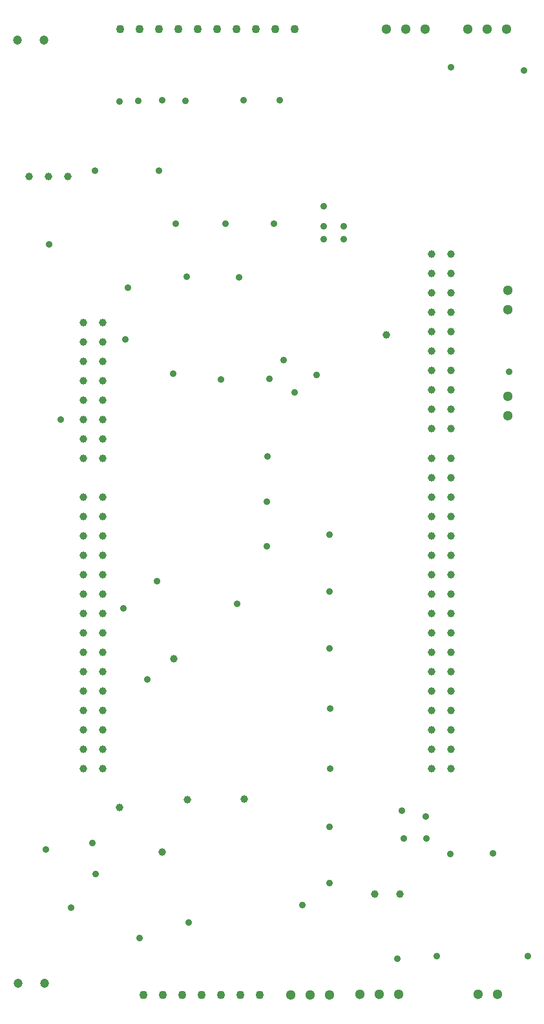
<source format=gbr>
%TF.GenerationSoftware,KiCad,Pcbnew,7.0.1*%
%TF.CreationDate,2023-05-11T12:12:14+02:00*%
%TF.ProjectId,STM32_F439ZI_Shield,53544d33-325f-4463-9433-395a495f5368,rev?*%
%TF.SameCoordinates,Original*%
%TF.FileFunction,Plated,1,2,PTH,Drill*%
%TF.FilePolarity,Positive*%
%FSLAX46Y46*%
G04 Gerber Fmt 4.6, Leading zero omitted, Abs format (unit mm)*
G04 Created by KiCad (PCBNEW 7.0.1) date 2023-05-11 12:12:14*
%MOMM*%
%LPD*%
G01*
G04 APERTURE LIST*
%TA.AperFunction,ViaDrill*%
%ADD10C,0.900000*%
%TD*%
%TA.AperFunction,ComponentDrill*%
%ADD11C,1.000000*%
%TD*%
%TA.AperFunction,ComponentDrill*%
%ADD12C,1.100000*%
%TD*%
%TA.AperFunction,ComponentDrill*%
%ADD13C,1.200000*%
%TD*%
%TA.AperFunction,ComponentDrill*%
%ADD14C,1.300000*%
%TD*%
G04 APERTURE END LIST*
D10*
X109900000Y-134940000D03*
X110330000Y-55700000D03*
X111870000Y-78660000D03*
X113230000Y-142580000D03*
X115970000Y-134170000D03*
X116360000Y-46040000D03*
X116460000Y-138160000D03*
X119580000Y-37000000D03*
X120030000Y-103430000D03*
X120350000Y-68180000D03*
X120650000Y-61400000D03*
X122030353Y-36920353D03*
X122137500Y-146550000D03*
X123200000Y-112740000D03*
X124440000Y-99820000D03*
X124730000Y-46040000D03*
X125140000Y-36860000D03*
X126597500Y-72700000D03*
X126960000Y-52980000D03*
X128200000Y-36920000D03*
X128400000Y-60000000D03*
X128640000Y-144540000D03*
X132880000Y-73380000D03*
X133450000Y-53030000D03*
X134940000Y-102770000D03*
X135190000Y-60050000D03*
X135830000Y-36830000D03*
X138870000Y-95270000D03*
X138890000Y-89430000D03*
X138930000Y-83530000D03*
X139220000Y-73360000D03*
X139780000Y-53030000D03*
X140560000Y-36840000D03*
X141090000Y-70920000D03*
X142530000Y-75150000D03*
X143510000Y-142242500D03*
X145370000Y-72830000D03*
X146280000Y-50760000D03*
X146290000Y-53390000D03*
X146290000Y-55089503D03*
X147100000Y-101200000D03*
X147100000Y-108640000D03*
X147100000Y-132040000D03*
X147100000Y-139360000D03*
X147110000Y-93740000D03*
X147120000Y-116490000D03*
X147120000Y-124380000D03*
X148910000Y-53390000D03*
X148910000Y-55089503D03*
X155980000Y-149320000D03*
X156575000Y-129855000D03*
X156785500Y-133510000D03*
X159720000Y-130650000D03*
X159750000Y-133510000D03*
X161140000Y-148930000D03*
X162880000Y-135540000D03*
X162960000Y-32540000D03*
X168480000Y-135510000D03*
X170630000Y-72390000D03*
X172560000Y-32910000D03*
X173080000Y-148930000D03*
D11*
%TO.C,U13*%
X107673000Y-46830000D03*
X110213000Y-46830000D03*
X112753000Y-46830000D03*
%TO.C,CN8*%
X114840000Y-65960000D03*
X114840000Y-68500000D03*
X114840000Y-71040000D03*
X114840000Y-73580000D03*
X114840000Y-76120000D03*
X114840000Y-78660000D03*
X114840000Y-81200000D03*
X114840000Y-83740000D03*
%TO.C,CN9*%
X114840000Y-88830000D03*
X114840000Y-91370000D03*
X114840000Y-93910000D03*
X114840000Y-96450000D03*
X114840000Y-98990000D03*
X114840000Y-101530000D03*
X114840000Y-104070000D03*
X114840000Y-106610000D03*
X114840000Y-109150000D03*
X114840000Y-111690000D03*
X114840000Y-114230000D03*
X114840000Y-116770000D03*
X114840000Y-119310000D03*
X114840000Y-121850000D03*
X114840000Y-124390000D03*
%TO.C,CN8*%
X117380000Y-65960000D03*
X117380000Y-68500000D03*
X117380000Y-71040000D03*
X117380000Y-73580000D03*
X117380000Y-76120000D03*
X117380000Y-78660000D03*
X117380000Y-81200000D03*
X117380000Y-83740000D03*
%TO.C,CN9*%
X117380000Y-88830000D03*
X117380000Y-91370000D03*
X117380000Y-93910000D03*
X117380000Y-96450000D03*
X117380000Y-98990000D03*
X117380000Y-101530000D03*
X117380000Y-104070000D03*
X117380000Y-106610000D03*
X117380000Y-109150000D03*
X117380000Y-111690000D03*
X117380000Y-114230000D03*
X117380000Y-116770000D03*
X117380000Y-119310000D03*
X117380000Y-121850000D03*
X117380000Y-124390000D03*
%TO.C,TP7*%
X119550000Y-129510000D03*
%TO.C,TP8*%
X125110000Y-135310000D03*
%TO.C,TP2*%
X126660000Y-109970000D03*
%TO.C,TP10*%
X128405000Y-128495000D03*
%TO.C,TP9*%
X135930000Y-128340000D03*
%TO.C,TP6*%
X153010000Y-140820000D03*
%TO.C,TP1*%
X154550000Y-67620000D03*
%TO.C,TP5*%
X156340000Y-140810000D03*
%TO.C,CN7*%
X160460000Y-57020000D03*
X160460000Y-59560000D03*
X160460000Y-62100000D03*
X160460000Y-64640000D03*
X160460000Y-67180000D03*
X160460000Y-69720000D03*
X160460000Y-72260000D03*
X160460000Y-74800000D03*
X160460000Y-77340000D03*
X160460000Y-79880000D03*
%TO.C,CN10*%
X160470000Y-83750000D03*
X160470000Y-86290000D03*
X160470000Y-88830000D03*
X160470000Y-91370000D03*
X160470000Y-93910000D03*
X160470000Y-96450000D03*
X160470000Y-98990000D03*
X160470000Y-101530000D03*
X160470000Y-104070000D03*
X160470000Y-106610000D03*
X160470000Y-109150000D03*
X160470000Y-111690000D03*
X160470000Y-114230000D03*
X160470000Y-116770000D03*
X160470000Y-119310000D03*
X160470000Y-121850000D03*
X160470000Y-124390000D03*
%TO.C,CN7*%
X163000000Y-57020000D03*
X163000000Y-59560000D03*
X163000000Y-62100000D03*
X163000000Y-64640000D03*
X163000000Y-67180000D03*
X163000000Y-69720000D03*
X163000000Y-72260000D03*
X163000000Y-74800000D03*
X163000000Y-77340000D03*
X163000000Y-79880000D03*
%TO.C,CN10*%
X163010000Y-83750000D03*
X163010000Y-86290000D03*
X163010000Y-88830000D03*
X163010000Y-91370000D03*
X163010000Y-93910000D03*
X163010000Y-96450000D03*
X163010000Y-98990000D03*
X163010000Y-101530000D03*
X163010000Y-104070000D03*
X163010000Y-106610000D03*
X163010000Y-109150000D03*
X163010000Y-111690000D03*
X163010000Y-114230000D03*
X163010000Y-116770000D03*
X163010000Y-119310000D03*
X163010000Y-121850000D03*
X163010000Y-124390000D03*
D12*
%TO.C,Motor_Logik1*%
X119650000Y-27540000D03*
X122190000Y-27540000D03*
%TO.C,Anenometer1*%
X122700000Y-153990000D03*
%TO.C,Motor_Logik1*%
X124730000Y-27540000D03*
%TO.C,Anenometer1*%
X125240000Y-153990000D03*
%TO.C,Motor_Logik1*%
X127270000Y-27540000D03*
%TO.C,Anenometer1*%
X127780000Y-153990000D03*
%TO.C,Motor_Logik1*%
X129810000Y-27540000D03*
%TO.C,Anenometer1*%
X130320000Y-153990000D03*
%TO.C,Motor_Logik1*%
X132350000Y-27540000D03*
%TO.C,Anenometer1*%
X132860000Y-153990000D03*
%TO.C,Motor_Logik1*%
X134890000Y-27540000D03*
%TO.C,Anenometer1*%
X135400000Y-153990000D03*
%TO.C,Motor_Logik1*%
X137430000Y-27540000D03*
%TO.C,Anenometer1*%
X137940000Y-153990000D03*
%TO.C,Motor_Logik1*%
X139970000Y-27540000D03*
X142510000Y-27540000D03*
D13*
%TO.C,Spannungsversorgung_1*%
X106190000Y-28960000D03*
%TO.C,Motor_Spannungsversorgung1*%
X106260000Y-152540000D03*
%TO.C,Spannungsversorgung_1*%
X109690000Y-28960000D03*
%TO.C,Motor_Spannungsversorgung1*%
X109760000Y-152540000D03*
D14*
%TO.C,Abstandssensor1*%
X141950000Y-153990000D03*
X144490000Y-153990000D03*
X147030000Y-153990000D03*
%TO.C,Kraftmessung1*%
X151030000Y-153980000D03*
X153570000Y-153980000D03*
%TO.C,Endschalter_Hinten1*%
X154520000Y-27550000D03*
%TO.C,Kraftmessung1*%
X156110000Y-153980000D03*
%TO.C,Endschalter_Hinten1*%
X157060000Y-27550000D03*
X159600000Y-27550000D03*
%TO.C,Endschalter_Vorne1*%
X165200000Y-27540000D03*
%TO.C,J3*%
X166520000Y-153980000D03*
%TO.C,Endschalter_Vorne1*%
X167740000Y-27540000D03*
%TO.C,J3*%
X169060000Y-153980000D03*
%TO.C,Endschalter_Vorne1*%
X170280000Y-27540000D03*
%TO.C,J4*%
X170470000Y-61780000D03*
X170470000Y-64320000D03*
%TO.C,J5*%
X170477500Y-75590000D03*
X170477500Y-78130000D03*
M02*

</source>
